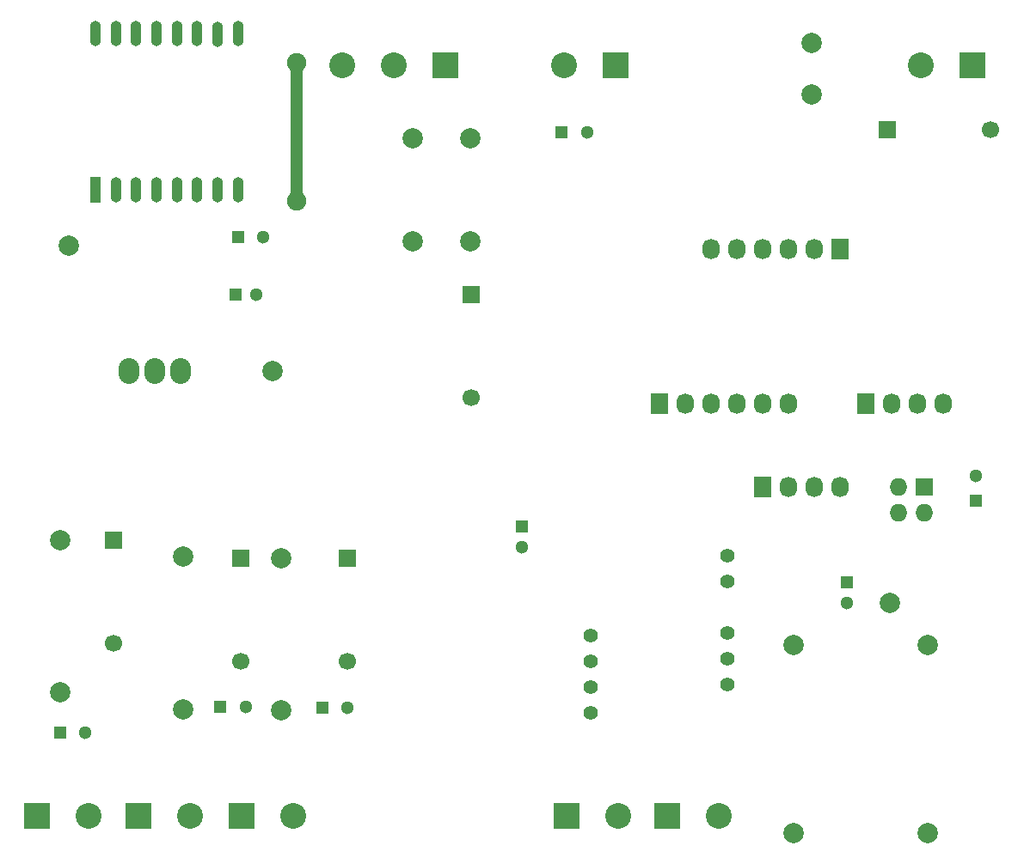
<source format=gbr>
G04 #@! TF.FileFunction,Copper,L1,Top,Signal*
%FSLAX46Y46*%
G04 Gerber Fmt 4.6, Leading zero omitted, Abs format (unit mm)*
G04 Created by KiCad (PCBNEW 4.0.2+dfsg1-stable) date sáb 25 feb 2017 08:56:35 CET*
%MOMM*%
G01*
G04 APERTURE LIST*
%ADD10C,0.100000*%
%ADD11C,2.000000*%
%ADD12C,1.699260*%
%ADD13R,1.699260X1.699260*%
%ADD14R,1.300000X1.300000*%
%ADD15C,1.300000*%
%ADD16R,2.540000X2.540000*%
%ADD17C,2.540000*%
%ADD18C,1.998980*%
%ADD19C,1.400000*%
%ADD20O,2.032000X2.540000*%
%ADD21R,1.727200X2.032000*%
%ADD22O,1.727200X2.032000*%
%ADD23R,1.100000X2.500000*%
%ADD24O,1.100000X2.500000*%
%ADD25R,1.727200X1.727200*%
%ADD26O,1.727200X1.727200*%
%ADD27C,1.900000*%
%ADD28C,1.200000*%
G04 APERTURE END LIST*
D10*
D11*
X134500000Y-46260000D03*
X134489840Y-51340000D03*
D12*
X152160520Y-54747460D03*
D13*
X142000520Y-54747460D03*
D12*
X65752540Y-105410520D03*
D13*
X65752540Y-95250520D03*
D14*
X60500000Y-114250000D03*
D15*
X63000000Y-114250000D03*
D14*
X76300000Y-111700000D03*
D15*
X78800000Y-111700000D03*
D14*
X86300000Y-111800000D03*
D15*
X88800000Y-111800000D03*
D14*
X109900000Y-55000000D03*
D15*
X112400000Y-55000000D03*
D12*
X78302540Y-107160520D03*
D13*
X78302540Y-97000520D03*
D12*
X88802540Y-107160520D03*
D13*
X88802540Y-97000520D03*
D16*
X110360000Y-122400000D03*
D17*
X115440000Y-122400000D03*
D16*
X115240000Y-48400000D03*
D17*
X110160000Y-48400000D03*
D16*
X150340000Y-48400000D03*
D17*
X145260000Y-48400000D03*
D16*
X78360000Y-122400000D03*
D17*
X83440000Y-122400000D03*
D16*
X58260000Y-122400000D03*
D17*
X63340000Y-122400000D03*
D16*
X98480000Y-48400000D03*
D17*
X93400000Y-48400000D03*
X88320000Y-48400000D03*
D16*
X68260000Y-122400000D03*
D17*
X73340000Y-122400000D03*
D16*
X120260000Y-122400000D03*
D17*
X125340000Y-122400000D03*
D18*
X100900000Y-65800000D03*
X100900000Y-55640000D03*
X60500000Y-95250000D03*
X60500000Y-110250000D03*
X72650000Y-96895000D03*
X72650000Y-111895000D03*
X82300000Y-97000000D03*
X82300000Y-112000000D03*
X95200000Y-55600000D03*
X95200000Y-65760000D03*
D19*
X126200000Y-96800000D03*
X126200000Y-99340000D03*
X126200000Y-104420000D03*
X126200000Y-106960000D03*
X126200000Y-109500000D03*
X112760000Y-104660000D03*
X112760000Y-107200000D03*
X112760000Y-109740000D03*
X112760000Y-112280000D03*
D20*
X69800000Y-78600000D03*
X67260000Y-78600000D03*
X72340000Y-78600000D03*
D14*
X138000000Y-99400000D03*
D15*
X138000000Y-101400000D03*
D14*
X77800000Y-71000000D03*
D15*
X79800000Y-71000000D03*
D14*
X106000000Y-93900000D03*
D15*
X106000000Y-95900000D03*
D11*
X145904000Y-105602000D03*
X132696000Y-105602000D03*
X145904000Y-124144000D03*
X132696000Y-124144000D03*
D14*
X78000000Y-65400000D03*
D15*
X80500000Y-65400000D03*
D14*
X150700000Y-91400000D03*
D15*
X150700000Y-88900000D03*
D21*
X137330000Y-66540000D03*
D22*
X134790000Y-66540000D03*
X132250000Y-66540000D03*
X129710000Y-66540000D03*
X127170000Y-66540000D03*
X124630000Y-66540000D03*
D23*
X64000000Y-60700000D03*
D24*
X66000000Y-60700000D03*
X68000000Y-60700000D03*
X70000000Y-60700000D03*
X72000000Y-60700000D03*
X74000000Y-60700000D03*
X76000000Y-60700000D03*
X78000000Y-60700000D03*
X78000000Y-45300000D03*
X76000000Y-45400000D03*
X74000000Y-45300000D03*
X72000000Y-45300000D03*
X70000000Y-45300000D03*
X68000000Y-45300000D03*
X66000000Y-45300000D03*
X64000000Y-45300000D03*
D21*
X129700000Y-90000000D03*
D22*
X132240000Y-90000000D03*
X134780000Y-90000000D03*
X137320000Y-90000000D03*
D21*
X139860000Y-81820000D03*
D22*
X142400000Y-81820000D03*
X144940000Y-81820000D03*
X147480000Y-81820000D03*
D21*
X119550000Y-81780000D03*
D22*
X122090000Y-81780000D03*
X124630000Y-81780000D03*
X127170000Y-81780000D03*
X129710000Y-81780000D03*
X132250000Y-81780000D03*
D18*
X142200000Y-101400000D03*
X61350000Y-66210000D03*
X81400000Y-78600000D03*
D12*
X101002540Y-81160520D03*
D13*
X101002540Y-71000520D03*
D25*
X145600000Y-90000000D03*
D26*
X145600000Y-92540000D03*
X143060000Y-90000000D03*
X143060000Y-92540000D03*
D27*
X83800000Y-48200000D03*
X83800000Y-61800000D03*
D28*
X83800000Y-48200000D02*
X83800000Y-61800000D01*
M02*

</source>
